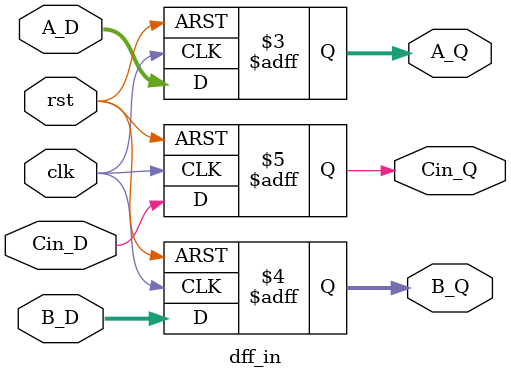
<source format=v>
module dff_in #(parameter DATA_WIDTH = 32) (
	input wire clk, rst,
	input wire [DATA_WIDTH-1:0] A_D,
	input wire [DATA_WIDTH-1:0] B_D,
	input wire 		    Cin_D,
	
	output reg [DATA_WIDTH-1:0] A_Q,
	output reg [DATA_WIDTH-1:0] B_Q,
	output reg 	            Cin_Q
);

always @(posedge clk or negedge rst) begin
	if(!rst) begin
		A_Q <= 'b0;
		B_Q <= 'b0;
		Cin_Q <= 'b0;
	end
	else begin
		A_Q <= A_D;
		B_Q <= B_D;
		Cin_Q <= Cin_D;
	end
end

endmodule

</source>
